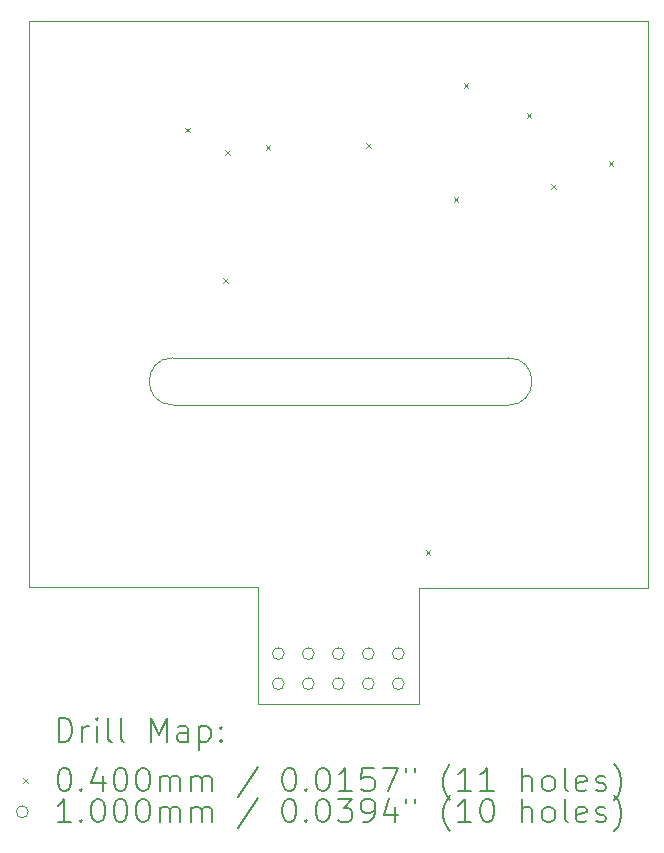
<source format=gbr>
%FSLAX45Y45*%
G04 Gerber Fmt 4.5, Leading zero omitted, Abs format (unit mm)*
G04 Created by KiCad (PCBNEW 6.0.5+dfsg-1) date 2022-06-12 19:52:06*
%MOMM*%
%LPD*%
G01*
G04 APERTURE LIST*
%TA.AperFunction,Profile*%
%ADD10C,0.100000*%
%TD*%
%ADD11C,0.200000*%
%ADD12C,0.040000*%
%ADD13C,0.100000*%
G04 APERTURE END LIST*
D10*
X11480000Y-10740000D02*
X10435000Y-10740000D01*
X12372500Y-11735000D02*
X12372500Y-10740000D01*
X11655000Y-9200000D02*
X14495000Y-9200000D01*
X14495000Y-9200000D02*
G75*
G03*
X14495000Y-8800000I0J200000D01*
G01*
X13740000Y-11735000D02*
X13740000Y-10745000D01*
X15675000Y-10745000D02*
X15675000Y-10585000D01*
X14630000Y-10745000D02*
X15675000Y-10745000D01*
X12372500Y-11735000D02*
X13740000Y-11735000D01*
X15675000Y-10585000D02*
X15675000Y-5945000D01*
X15675000Y-5945000D02*
X10435000Y-5945000D01*
X14495000Y-8800000D02*
X11655000Y-8800000D01*
X11655000Y-8800000D02*
G75*
G03*
X11655000Y-9200000I0J-200000D01*
G01*
X10435000Y-10740000D02*
X10435000Y-10585000D01*
X12372500Y-10740000D02*
X11480000Y-10740000D01*
X13740000Y-10745000D02*
X14630000Y-10745000D01*
X10435000Y-5945000D02*
X10435000Y-10585000D01*
D11*
D12*
X11760000Y-6852500D02*
X11800000Y-6892500D01*
X11800000Y-6852500D02*
X11760000Y-6892500D01*
X12077500Y-8124902D02*
X12117500Y-8164902D01*
X12117500Y-8124902D02*
X12077500Y-8164902D01*
X12095000Y-7042500D02*
X12135000Y-7082500D01*
X12135000Y-7042500D02*
X12095000Y-7082500D01*
X12440000Y-7000000D02*
X12480000Y-7040000D01*
X12480000Y-7000000D02*
X12440000Y-7040000D01*
X13290000Y-6982500D02*
X13330000Y-7022500D01*
X13330000Y-6982500D02*
X13290000Y-7022500D01*
X13795000Y-10430000D02*
X13835000Y-10470000D01*
X13835000Y-10430000D02*
X13795000Y-10470000D01*
X14032500Y-7442500D02*
X14072500Y-7482500D01*
X14072500Y-7442500D02*
X14032500Y-7482500D01*
X14117500Y-6475000D02*
X14157500Y-6515000D01*
X14157500Y-6475000D02*
X14117500Y-6515000D01*
X14650000Y-6730000D02*
X14690000Y-6770000D01*
X14690000Y-6730000D02*
X14650000Y-6770000D01*
X14857500Y-7332500D02*
X14897500Y-7372500D01*
X14897500Y-7332500D02*
X14857500Y-7372500D01*
X15345000Y-7135000D02*
X15385000Y-7175000D01*
X15385000Y-7135000D02*
X15345000Y-7175000D01*
D13*
X12597000Y-11305000D02*
G75*
G03*
X12597000Y-11305000I-50000J0D01*
G01*
X12597000Y-11559000D02*
G75*
G03*
X12597000Y-11559000I-50000J0D01*
G01*
X12851000Y-11305000D02*
G75*
G03*
X12851000Y-11305000I-50000J0D01*
G01*
X12851000Y-11559000D02*
G75*
G03*
X12851000Y-11559000I-50000J0D01*
G01*
X13105000Y-11305000D02*
G75*
G03*
X13105000Y-11305000I-50000J0D01*
G01*
X13105000Y-11559000D02*
G75*
G03*
X13105000Y-11559000I-50000J0D01*
G01*
X13359000Y-11305000D02*
G75*
G03*
X13359000Y-11305000I-50000J0D01*
G01*
X13359000Y-11559000D02*
G75*
G03*
X13359000Y-11559000I-50000J0D01*
G01*
X13613000Y-11305000D02*
G75*
G03*
X13613000Y-11305000I-50000J0D01*
G01*
X13613000Y-11559000D02*
G75*
G03*
X13613000Y-11559000I-50000J0D01*
G01*
D11*
X10687619Y-12050476D02*
X10687619Y-11850476D01*
X10735238Y-11850476D01*
X10763810Y-11860000D01*
X10782857Y-11879048D01*
X10792381Y-11898095D01*
X10801905Y-11936190D01*
X10801905Y-11964762D01*
X10792381Y-12002857D01*
X10782857Y-12021905D01*
X10763810Y-12040952D01*
X10735238Y-12050476D01*
X10687619Y-12050476D01*
X10887619Y-12050476D02*
X10887619Y-11917143D01*
X10887619Y-11955238D02*
X10897143Y-11936190D01*
X10906667Y-11926667D01*
X10925714Y-11917143D01*
X10944762Y-11917143D01*
X11011429Y-12050476D02*
X11011429Y-11917143D01*
X11011429Y-11850476D02*
X11001905Y-11860000D01*
X11011429Y-11869524D01*
X11020952Y-11860000D01*
X11011429Y-11850476D01*
X11011429Y-11869524D01*
X11135238Y-12050476D02*
X11116190Y-12040952D01*
X11106667Y-12021905D01*
X11106667Y-11850476D01*
X11240000Y-12050476D02*
X11220952Y-12040952D01*
X11211428Y-12021905D01*
X11211428Y-11850476D01*
X11468571Y-12050476D02*
X11468571Y-11850476D01*
X11535238Y-11993333D01*
X11601905Y-11850476D01*
X11601905Y-12050476D01*
X11782857Y-12050476D02*
X11782857Y-11945714D01*
X11773333Y-11926667D01*
X11754286Y-11917143D01*
X11716190Y-11917143D01*
X11697143Y-11926667D01*
X11782857Y-12040952D02*
X11763809Y-12050476D01*
X11716190Y-12050476D01*
X11697143Y-12040952D01*
X11687619Y-12021905D01*
X11687619Y-12002857D01*
X11697143Y-11983809D01*
X11716190Y-11974286D01*
X11763809Y-11974286D01*
X11782857Y-11964762D01*
X11878095Y-11917143D02*
X11878095Y-12117143D01*
X11878095Y-11926667D02*
X11897143Y-11917143D01*
X11935238Y-11917143D01*
X11954286Y-11926667D01*
X11963809Y-11936190D01*
X11973333Y-11955238D01*
X11973333Y-12012381D01*
X11963809Y-12031428D01*
X11954286Y-12040952D01*
X11935238Y-12050476D01*
X11897143Y-12050476D01*
X11878095Y-12040952D01*
X12059048Y-12031428D02*
X12068571Y-12040952D01*
X12059048Y-12050476D01*
X12049524Y-12040952D01*
X12059048Y-12031428D01*
X12059048Y-12050476D01*
X12059048Y-11926667D02*
X12068571Y-11936190D01*
X12059048Y-11945714D01*
X12049524Y-11936190D01*
X12059048Y-11926667D01*
X12059048Y-11945714D01*
D12*
X10390000Y-12360000D02*
X10430000Y-12400000D01*
X10430000Y-12360000D02*
X10390000Y-12400000D01*
D11*
X10725714Y-12270476D02*
X10744762Y-12270476D01*
X10763810Y-12280000D01*
X10773333Y-12289524D01*
X10782857Y-12308571D01*
X10792381Y-12346667D01*
X10792381Y-12394286D01*
X10782857Y-12432381D01*
X10773333Y-12451428D01*
X10763810Y-12460952D01*
X10744762Y-12470476D01*
X10725714Y-12470476D01*
X10706667Y-12460952D01*
X10697143Y-12451428D01*
X10687619Y-12432381D01*
X10678095Y-12394286D01*
X10678095Y-12346667D01*
X10687619Y-12308571D01*
X10697143Y-12289524D01*
X10706667Y-12280000D01*
X10725714Y-12270476D01*
X10878095Y-12451428D02*
X10887619Y-12460952D01*
X10878095Y-12470476D01*
X10868571Y-12460952D01*
X10878095Y-12451428D01*
X10878095Y-12470476D01*
X11059048Y-12337143D02*
X11059048Y-12470476D01*
X11011429Y-12260952D02*
X10963810Y-12403809D01*
X11087619Y-12403809D01*
X11201905Y-12270476D02*
X11220952Y-12270476D01*
X11240000Y-12280000D01*
X11249524Y-12289524D01*
X11259048Y-12308571D01*
X11268571Y-12346667D01*
X11268571Y-12394286D01*
X11259048Y-12432381D01*
X11249524Y-12451428D01*
X11240000Y-12460952D01*
X11220952Y-12470476D01*
X11201905Y-12470476D01*
X11182857Y-12460952D01*
X11173333Y-12451428D01*
X11163810Y-12432381D01*
X11154286Y-12394286D01*
X11154286Y-12346667D01*
X11163810Y-12308571D01*
X11173333Y-12289524D01*
X11182857Y-12280000D01*
X11201905Y-12270476D01*
X11392381Y-12270476D02*
X11411428Y-12270476D01*
X11430476Y-12280000D01*
X11440000Y-12289524D01*
X11449524Y-12308571D01*
X11459048Y-12346667D01*
X11459048Y-12394286D01*
X11449524Y-12432381D01*
X11440000Y-12451428D01*
X11430476Y-12460952D01*
X11411428Y-12470476D01*
X11392381Y-12470476D01*
X11373333Y-12460952D01*
X11363809Y-12451428D01*
X11354286Y-12432381D01*
X11344762Y-12394286D01*
X11344762Y-12346667D01*
X11354286Y-12308571D01*
X11363809Y-12289524D01*
X11373333Y-12280000D01*
X11392381Y-12270476D01*
X11544762Y-12470476D02*
X11544762Y-12337143D01*
X11544762Y-12356190D02*
X11554286Y-12346667D01*
X11573333Y-12337143D01*
X11601905Y-12337143D01*
X11620952Y-12346667D01*
X11630476Y-12365714D01*
X11630476Y-12470476D01*
X11630476Y-12365714D02*
X11640000Y-12346667D01*
X11659048Y-12337143D01*
X11687619Y-12337143D01*
X11706667Y-12346667D01*
X11716190Y-12365714D01*
X11716190Y-12470476D01*
X11811428Y-12470476D02*
X11811428Y-12337143D01*
X11811428Y-12356190D02*
X11820952Y-12346667D01*
X11840000Y-12337143D01*
X11868571Y-12337143D01*
X11887619Y-12346667D01*
X11897143Y-12365714D01*
X11897143Y-12470476D01*
X11897143Y-12365714D02*
X11906667Y-12346667D01*
X11925714Y-12337143D01*
X11954286Y-12337143D01*
X11973333Y-12346667D01*
X11982857Y-12365714D01*
X11982857Y-12470476D01*
X12373333Y-12260952D02*
X12201905Y-12518095D01*
X12630476Y-12270476D02*
X12649524Y-12270476D01*
X12668571Y-12280000D01*
X12678095Y-12289524D01*
X12687619Y-12308571D01*
X12697143Y-12346667D01*
X12697143Y-12394286D01*
X12687619Y-12432381D01*
X12678095Y-12451428D01*
X12668571Y-12460952D01*
X12649524Y-12470476D01*
X12630476Y-12470476D01*
X12611428Y-12460952D01*
X12601905Y-12451428D01*
X12592381Y-12432381D01*
X12582857Y-12394286D01*
X12582857Y-12346667D01*
X12592381Y-12308571D01*
X12601905Y-12289524D01*
X12611428Y-12280000D01*
X12630476Y-12270476D01*
X12782857Y-12451428D02*
X12792381Y-12460952D01*
X12782857Y-12470476D01*
X12773333Y-12460952D01*
X12782857Y-12451428D01*
X12782857Y-12470476D01*
X12916190Y-12270476D02*
X12935238Y-12270476D01*
X12954286Y-12280000D01*
X12963809Y-12289524D01*
X12973333Y-12308571D01*
X12982857Y-12346667D01*
X12982857Y-12394286D01*
X12973333Y-12432381D01*
X12963809Y-12451428D01*
X12954286Y-12460952D01*
X12935238Y-12470476D01*
X12916190Y-12470476D01*
X12897143Y-12460952D01*
X12887619Y-12451428D01*
X12878095Y-12432381D01*
X12868571Y-12394286D01*
X12868571Y-12346667D01*
X12878095Y-12308571D01*
X12887619Y-12289524D01*
X12897143Y-12280000D01*
X12916190Y-12270476D01*
X13173333Y-12470476D02*
X13059048Y-12470476D01*
X13116190Y-12470476D02*
X13116190Y-12270476D01*
X13097143Y-12299048D01*
X13078095Y-12318095D01*
X13059048Y-12327619D01*
X13354286Y-12270476D02*
X13259048Y-12270476D01*
X13249524Y-12365714D01*
X13259048Y-12356190D01*
X13278095Y-12346667D01*
X13325714Y-12346667D01*
X13344762Y-12356190D01*
X13354286Y-12365714D01*
X13363809Y-12384762D01*
X13363809Y-12432381D01*
X13354286Y-12451428D01*
X13344762Y-12460952D01*
X13325714Y-12470476D01*
X13278095Y-12470476D01*
X13259048Y-12460952D01*
X13249524Y-12451428D01*
X13430476Y-12270476D02*
X13563809Y-12270476D01*
X13478095Y-12470476D01*
X13630476Y-12270476D02*
X13630476Y-12308571D01*
X13706667Y-12270476D02*
X13706667Y-12308571D01*
X14001905Y-12546667D02*
X13992381Y-12537143D01*
X13973333Y-12508571D01*
X13963809Y-12489524D01*
X13954286Y-12460952D01*
X13944762Y-12413333D01*
X13944762Y-12375238D01*
X13954286Y-12327619D01*
X13963809Y-12299048D01*
X13973333Y-12280000D01*
X13992381Y-12251428D01*
X14001905Y-12241905D01*
X14182857Y-12470476D02*
X14068571Y-12470476D01*
X14125714Y-12470476D02*
X14125714Y-12270476D01*
X14106667Y-12299048D01*
X14087619Y-12318095D01*
X14068571Y-12327619D01*
X14373333Y-12470476D02*
X14259048Y-12470476D01*
X14316190Y-12470476D02*
X14316190Y-12270476D01*
X14297143Y-12299048D01*
X14278095Y-12318095D01*
X14259048Y-12327619D01*
X14611428Y-12470476D02*
X14611428Y-12270476D01*
X14697143Y-12470476D02*
X14697143Y-12365714D01*
X14687619Y-12346667D01*
X14668571Y-12337143D01*
X14640000Y-12337143D01*
X14620952Y-12346667D01*
X14611428Y-12356190D01*
X14820952Y-12470476D02*
X14801905Y-12460952D01*
X14792381Y-12451428D01*
X14782857Y-12432381D01*
X14782857Y-12375238D01*
X14792381Y-12356190D01*
X14801905Y-12346667D01*
X14820952Y-12337143D01*
X14849524Y-12337143D01*
X14868571Y-12346667D01*
X14878095Y-12356190D01*
X14887619Y-12375238D01*
X14887619Y-12432381D01*
X14878095Y-12451428D01*
X14868571Y-12460952D01*
X14849524Y-12470476D01*
X14820952Y-12470476D01*
X15001905Y-12470476D02*
X14982857Y-12460952D01*
X14973333Y-12441905D01*
X14973333Y-12270476D01*
X15154286Y-12460952D02*
X15135238Y-12470476D01*
X15097143Y-12470476D01*
X15078095Y-12460952D01*
X15068571Y-12441905D01*
X15068571Y-12365714D01*
X15078095Y-12346667D01*
X15097143Y-12337143D01*
X15135238Y-12337143D01*
X15154286Y-12346667D01*
X15163809Y-12365714D01*
X15163809Y-12384762D01*
X15068571Y-12403809D01*
X15240000Y-12460952D02*
X15259048Y-12470476D01*
X15297143Y-12470476D01*
X15316190Y-12460952D01*
X15325714Y-12441905D01*
X15325714Y-12432381D01*
X15316190Y-12413333D01*
X15297143Y-12403809D01*
X15268571Y-12403809D01*
X15249524Y-12394286D01*
X15240000Y-12375238D01*
X15240000Y-12365714D01*
X15249524Y-12346667D01*
X15268571Y-12337143D01*
X15297143Y-12337143D01*
X15316190Y-12346667D01*
X15392381Y-12546667D02*
X15401905Y-12537143D01*
X15420952Y-12508571D01*
X15430476Y-12489524D01*
X15440000Y-12460952D01*
X15449524Y-12413333D01*
X15449524Y-12375238D01*
X15440000Y-12327619D01*
X15430476Y-12299048D01*
X15420952Y-12280000D01*
X15401905Y-12251428D01*
X15392381Y-12241905D01*
D13*
X10430000Y-12644000D02*
G75*
G03*
X10430000Y-12644000I-50000J0D01*
G01*
D11*
X10792381Y-12734476D02*
X10678095Y-12734476D01*
X10735238Y-12734476D02*
X10735238Y-12534476D01*
X10716190Y-12563048D01*
X10697143Y-12582095D01*
X10678095Y-12591619D01*
X10878095Y-12715428D02*
X10887619Y-12724952D01*
X10878095Y-12734476D01*
X10868571Y-12724952D01*
X10878095Y-12715428D01*
X10878095Y-12734476D01*
X11011429Y-12534476D02*
X11030476Y-12534476D01*
X11049524Y-12544000D01*
X11059048Y-12553524D01*
X11068571Y-12572571D01*
X11078095Y-12610667D01*
X11078095Y-12658286D01*
X11068571Y-12696381D01*
X11059048Y-12715428D01*
X11049524Y-12724952D01*
X11030476Y-12734476D01*
X11011429Y-12734476D01*
X10992381Y-12724952D01*
X10982857Y-12715428D01*
X10973333Y-12696381D01*
X10963810Y-12658286D01*
X10963810Y-12610667D01*
X10973333Y-12572571D01*
X10982857Y-12553524D01*
X10992381Y-12544000D01*
X11011429Y-12534476D01*
X11201905Y-12534476D02*
X11220952Y-12534476D01*
X11240000Y-12544000D01*
X11249524Y-12553524D01*
X11259048Y-12572571D01*
X11268571Y-12610667D01*
X11268571Y-12658286D01*
X11259048Y-12696381D01*
X11249524Y-12715428D01*
X11240000Y-12724952D01*
X11220952Y-12734476D01*
X11201905Y-12734476D01*
X11182857Y-12724952D01*
X11173333Y-12715428D01*
X11163810Y-12696381D01*
X11154286Y-12658286D01*
X11154286Y-12610667D01*
X11163810Y-12572571D01*
X11173333Y-12553524D01*
X11182857Y-12544000D01*
X11201905Y-12534476D01*
X11392381Y-12534476D02*
X11411428Y-12534476D01*
X11430476Y-12544000D01*
X11440000Y-12553524D01*
X11449524Y-12572571D01*
X11459048Y-12610667D01*
X11459048Y-12658286D01*
X11449524Y-12696381D01*
X11440000Y-12715428D01*
X11430476Y-12724952D01*
X11411428Y-12734476D01*
X11392381Y-12734476D01*
X11373333Y-12724952D01*
X11363809Y-12715428D01*
X11354286Y-12696381D01*
X11344762Y-12658286D01*
X11344762Y-12610667D01*
X11354286Y-12572571D01*
X11363809Y-12553524D01*
X11373333Y-12544000D01*
X11392381Y-12534476D01*
X11544762Y-12734476D02*
X11544762Y-12601143D01*
X11544762Y-12620190D02*
X11554286Y-12610667D01*
X11573333Y-12601143D01*
X11601905Y-12601143D01*
X11620952Y-12610667D01*
X11630476Y-12629714D01*
X11630476Y-12734476D01*
X11630476Y-12629714D02*
X11640000Y-12610667D01*
X11659048Y-12601143D01*
X11687619Y-12601143D01*
X11706667Y-12610667D01*
X11716190Y-12629714D01*
X11716190Y-12734476D01*
X11811428Y-12734476D02*
X11811428Y-12601143D01*
X11811428Y-12620190D02*
X11820952Y-12610667D01*
X11840000Y-12601143D01*
X11868571Y-12601143D01*
X11887619Y-12610667D01*
X11897143Y-12629714D01*
X11897143Y-12734476D01*
X11897143Y-12629714D02*
X11906667Y-12610667D01*
X11925714Y-12601143D01*
X11954286Y-12601143D01*
X11973333Y-12610667D01*
X11982857Y-12629714D01*
X11982857Y-12734476D01*
X12373333Y-12524952D02*
X12201905Y-12782095D01*
X12630476Y-12534476D02*
X12649524Y-12534476D01*
X12668571Y-12544000D01*
X12678095Y-12553524D01*
X12687619Y-12572571D01*
X12697143Y-12610667D01*
X12697143Y-12658286D01*
X12687619Y-12696381D01*
X12678095Y-12715428D01*
X12668571Y-12724952D01*
X12649524Y-12734476D01*
X12630476Y-12734476D01*
X12611428Y-12724952D01*
X12601905Y-12715428D01*
X12592381Y-12696381D01*
X12582857Y-12658286D01*
X12582857Y-12610667D01*
X12592381Y-12572571D01*
X12601905Y-12553524D01*
X12611428Y-12544000D01*
X12630476Y-12534476D01*
X12782857Y-12715428D02*
X12792381Y-12724952D01*
X12782857Y-12734476D01*
X12773333Y-12724952D01*
X12782857Y-12715428D01*
X12782857Y-12734476D01*
X12916190Y-12534476D02*
X12935238Y-12534476D01*
X12954286Y-12544000D01*
X12963809Y-12553524D01*
X12973333Y-12572571D01*
X12982857Y-12610667D01*
X12982857Y-12658286D01*
X12973333Y-12696381D01*
X12963809Y-12715428D01*
X12954286Y-12724952D01*
X12935238Y-12734476D01*
X12916190Y-12734476D01*
X12897143Y-12724952D01*
X12887619Y-12715428D01*
X12878095Y-12696381D01*
X12868571Y-12658286D01*
X12868571Y-12610667D01*
X12878095Y-12572571D01*
X12887619Y-12553524D01*
X12897143Y-12544000D01*
X12916190Y-12534476D01*
X13049524Y-12534476D02*
X13173333Y-12534476D01*
X13106667Y-12610667D01*
X13135238Y-12610667D01*
X13154286Y-12620190D01*
X13163809Y-12629714D01*
X13173333Y-12648762D01*
X13173333Y-12696381D01*
X13163809Y-12715428D01*
X13154286Y-12724952D01*
X13135238Y-12734476D01*
X13078095Y-12734476D01*
X13059048Y-12724952D01*
X13049524Y-12715428D01*
X13268571Y-12734476D02*
X13306667Y-12734476D01*
X13325714Y-12724952D01*
X13335238Y-12715428D01*
X13354286Y-12686857D01*
X13363809Y-12648762D01*
X13363809Y-12572571D01*
X13354286Y-12553524D01*
X13344762Y-12544000D01*
X13325714Y-12534476D01*
X13287619Y-12534476D01*
X13268571Y-12544000D01*
X13259048Y-12553524D01*
X13249524Y-12572571D01*
X13249524Y-12620190D01*
X13259048Y-12639238D01*
X13268571Y-12648762D01*
X13287619Y-12658286D01*
X13325714Y-12658286D01*
X13344762Y-12648762D01*
X13354286Y-12639238D01*
X13363809Y-12620190D01*
X13535238Y-12601143D02*
X13535238Y-12734476D01*
X13487619Y-12524952D02*
X13440000Y-12667809D01*
X13563809Y-12667809D01*
X13630476Y-12534476D02*
X13630476Y-12572571D01*
X13706667Y-12534476D02*
X13706667Y-12572571D01*
X14001905Y-12810667D02*
X13992381Y-12801143D01*
X13973333Y-12772571D01*
X13963809Y-12753524D01*
X13954286Y-12724952D01*
X13944762Y-12677333D01*
X13944762Y-12639238D01*
X13954286Y-12591619D01*
X13963809Y-12563048D01*
X13973333Y-12544000D01*
X13992381Y-12515428D01*
X14001905Y-12505905D01*
X14182857Y-12734476D02*
X14068571Y-12734476D01*
X14125714Y-12734476D02*
X14125714Y-12534476D01*
X14106667Y-12563048D01*
X14087619Y-12582095D01*
X14068571Y-12591619D01*
X14306667Y-12534476D02*
X14325714Y-12534476D01*
X14344762Y-12544000D01*
X14354286Y-12553524D01*
X14363809Y-12572571D01*
X14373333Y-12610667D01*
X14373333Y-12658286D01*
X14363809Y-12696381D01*
X14354286Y-12715428D01*
X14344762Y-12724952D01*
X14325714Y-12734476D01*
X14306667Y-12734476D01*
X14287619Y-12724952D01*
X14278095Y-12715428D01*
X14268571Y-12696381D01*
X14259048Y-12658286D01*
X14259048Y-12610667D01*
X14268571Y-12572571D01*
X14278095Y-12553524D01*
X14287619Y-12544000D01*
X14306667Y-12534476D01*
X14611428Y-12734476D02*
X14611428Y-12534476D01*
X14697143Y-12734476D02*
X14697143Y-12629714D01*
X14687619Y-12610667D01*
X14668571Y-12601143D01*
X14640000Y-12601143D01*
X14620952Y-12610667D01*
X14611428Y-12620190D01*
X14820952Y-12734476D02*
X14801905Y-12724952D01*
X14792381Y-12715428D01*
X14782857Y-12696381D01*
X14782857Y-12639238D01*
X14792381Y-12620190D01*
X14801905Y-12610667D01*
X14820952Y-12601143D01*
X14849524Y-12601143D01*
X14868571Y-12610667D01*
X14878095Y-12620190D01*
X14887619Y-12639238D01*
X14887619Y-12696381D01*
X14878095Y-12715428D01*
X14868571Y-12724952D01*
X14849524Y-12734476D01*
X14820952Y-12734476D01*
X15001905Y-12734476D02*
X14982857Y-12724952D01*
X14973333Y-12705905D01*
X14973333Y-12534476D01*
X15154286Y-12724952D02*
X15135238Y-12734476D01*
X15097143Y-12734476D01*
X15078095Y-12724952D01*
X15068571Y-12705905D01*
X15068571Y-12629714D01*
X15078095Y-12610667D01*
X15097143Y-12601143D01*
X15135238Y-12601143D01*
X15154286Y-12610667D01*
X15163809Y-12629714D01*
X15163809Y-12648762D01*
X15068571Y-12667809D01*
X15240000Y-12724952D02*
X15259048Y-12734476D01*
X15297143Y-12734476D01*
X15316190Y-12724952D01*
X15325714Y-12705905D01*
X15325714Y-12696381D01*
X15316190Y-12677333D01*
X15297143Y-12667809D01*
X15268571Y-12667809D01*
X15249524Y-12658286D01*
X15240000Y-12639238D01*
X15240000Y-12629714D01*
X15249524Y-12610667D01*
X15268571Y-12601143D01*
X15297143Y-12601143D01*
X15316190Y-12610667D01*
X15392381Y-12810667D02*
X15401905Y-12801143D01*
X15420952Y-12772571D01*
X15430476Y-12753524D01*
X15440000Y-12724952D01*
X15449524Y-12677333D01*
X15449524Y-12639238D01*
X15440000Y-12591619D01*
X15430476Y-12563048D01*
X15420952Y-12544000D01*
X15401905Y-12515428D01*
X15392381Y-12505905D01*
M02*

</source>
